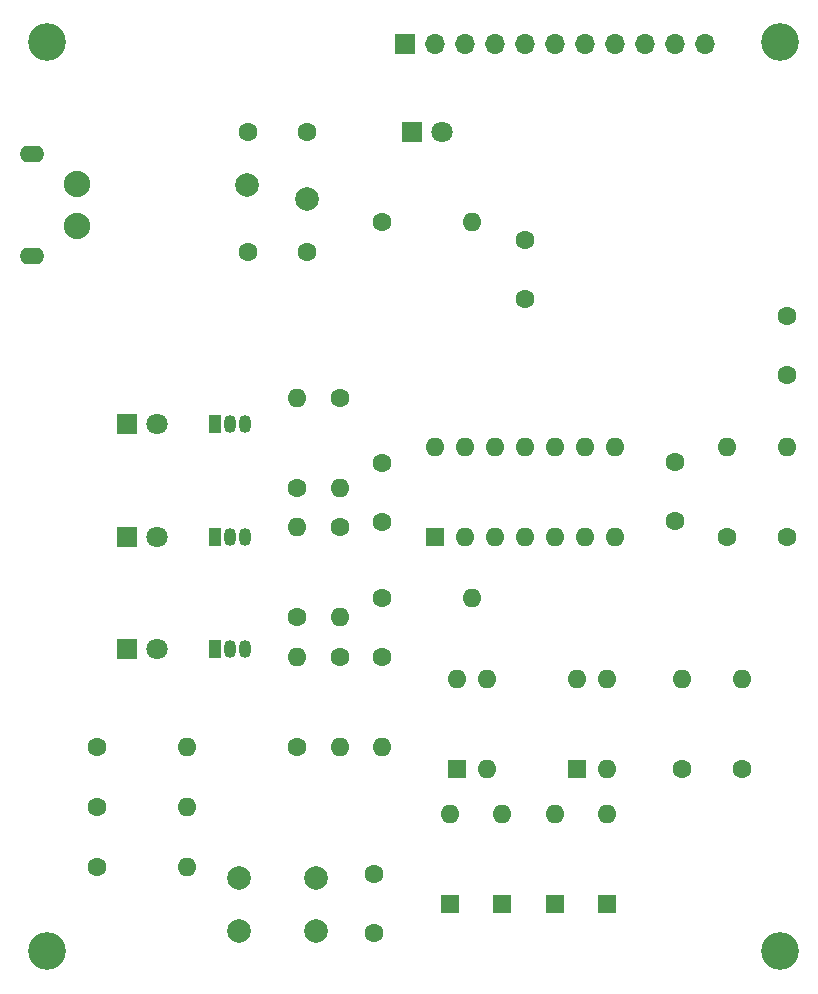
<source format=gbs>
G04 #@! TF.GenerationSoftware,KiCad,Pcbnew,8.0.8*
G04 #@! TF.CreationDate,2025-01-27T20:55:36+09:00*
G04 #@! TF.ProjectId,1bit-cpu_asic,31626974-2d63-4707-955f-617369632e6b,rev?*
G04 #@! TF.SameCoordinates,Original*
G04 #@! TF.FileFunction,Soldermask,Bot*
G04 #@! TF.FilePolarity,Negative*
%FSLAX46Y46*%
G04 Gerber Fmt 4.6, Leading zero omitted, Abs format (unit mm)*
G04 Created by KiCad (PCBNEW 8.0.8) date 2025-01-27 20:55:36*
%MOMM*%
%LPD*%
G01*
G04 APERTURE LIST*
%ADD10R,1.600000X1.600000*%
%ADD11O,1.600000X1.600000*%
%ADD12R,1.800000X1.800000*%
%ADD13C,1.800000*%
%ADD14R,1.050000X1.500000*%
%ADD15O,1.050000X1.500000*%
%ADD16C,1.600000*%
%ADD17C,3.200000*%
%ADD18C,2.000000*%
%ADD19C,2.240000*%
%ADD20O,2.100000X1.400000*%
%ADD21C,2.010000*%
%ADD22R,1.700000X1.700000*%
%ADD23O,1.700000X1.700000*%
G04 APERTURE END LIST*
D10*
G04 #@! TO.C,U1*
X142240000Y-104140000D03*
D11*
X144780000Y-104140000D03*
X147320000Y-104140000D03*
X149860000Y-104140000D03*
X152400000Y-104140000D03*
X154940000Y-104140000D03*
X157480000Y-104140000D03*
X157480000Y-96520000D03*
X154940000Y-96520000D03*
X152400000Y-96520000D03*
X149860000Y-96520000D03*
X147320000Y-96520000D03*
X144780000Y-96520000D03*
X142240000Y-96520000D03*
G04 #@! TD*
D12*
G04 #@! TO.C,LED3*
X116200000Y-113665000D03*
D13*
X118740000Y-113665000D03*
G04 #@! TD*
D14*
G04 #@! TO.C,Q3*
X123650000Y-113600000D03*
D15*
X124920000Y-113600000D03*
X126190000Y-113600000D03*
G04 #@! TD*
D16*
G04 #@! TO.C,R4*
X167010000Y-104150000D03*
D11*
X167010000Y-96530000D03*
G04 #@! TD*
D16*
G04 #@! TO.C,C7*
X126445000Y-80010000D03*
X131445000Y-80010000D03*
G04 #@! TD*
G04 #@! TO.C,R15*
X134200000Y-114300000D03*
D11*
X134200000Y-121920000D03*
G04 #@! TD*
D14*
G04 #@! TO.C,Q1*
X123650000Y-94600000D03*
D15*
X124920000Y-94600000D03*
X126190000Y-94600000D03*
G04 #@! TD*
D17*
G04 #@! TO.C,H2*
X171440000Y-62240000D03*
G04 #@! TD*
D10*
G04 #@! TO.C,D3*
X152400000Y-135255000D03*
D11*
X152400000Y-127635000D03*
G04 #@! TD*
D12*
G04 #@! TO.C,LED4*
X140330000Y-69850000D03*
D13*
X142870000Y-69850000D03*
G04 #@! TD*
D16*
G04 #@! TO.C,C5*
X172100000Y-85450000D03*
X172100000Y-90450000D03*
G04 #@! TD*
G04 #@! TO.C,R3*
X172090000Y-104150000D03*
D11*
X172090000Y-96530000D03*
G04 #@! TD*
D10*
G04 #@! TO.C,D4*
X156845000Y-135255000D03*
D11*
X156845000Y-127635000D03*
G04 #@! TD*
D12*
G04 #@! TO.C,LED1*
X116205000Y-94615000D03*
D13*
X118745000Y-94615000D03*
G04 #@! TD*
D16*
G04 #@! TO.C,R9*
X163195000Y-123825000D03*
D11*
X163195000Y-116205000D03*
G04 #@! TD*
D16*
G04 #@! TO.C,R8*
X113665000Y-132080000D03*
D11*
X121285000Y-132080000D03*
G04 #@! TD*
D10*
G04 #@! TO.C,SW1*
X144140000Y-123782500D03*
D11*
X146680000Y-123782500D03*
X146680000Y-116162500D03*
X144140000Y-116162500D03*
G04 #@! TD*
D17*
G04 #@! TO.C,H1*
X109440000Y-62240000D03*
G04 #@! TD*
D10*
G04 #@! TO.C,SW2*
X154300000Y-123782500D03*
D11*
X156840000Y-123782500D03*
X156840000Y-116162500D03*
X154300000Y-116162500D03*
G04 #@! TD*
D10*
G04 #@! TO.C,D2*
X147955000Y-135255000D03*
D11*
X147955000Y-127635000D03*
G04 #@! TD*
D16*
G04 #@! TO.C,R1*
X137800000Y-114300000D03*
D11*
X137800000Y-121920000D03*
G04 #@! TD*
D12*
G04 #@! TO.C,LED2*
X116200000Y-104140000D03*
D13*
X118740000Y-104140000D03*
G04 #@! TD*
D16*
G04 #@! TO.C,C4*
X137795000Y-102870000D03*
X137795000Y-97870000D03*
G04 #@! TD*
G04 #@! TO.C,R5*
X137800000Y-109300000D03*
D11*
X145420000Y-109300000D03*
G04 #@! TD*
D16*
G04 #@! TO.C,R7*
X113665000Y-127000000D03*
D11*
X121285000Y-127000000D03*
G04 #@! TD*
D18*
G04 #@! TO.C,SW3*
X125655000Y-133005000D03*
X132155000Y-133005000D03*
X125655000Y-137505000D03*
X132155000Y-137505000D03*
G04 #@! TD*
D19*
G04 #@! TO.C,J1*
X111940000Y-74295000D03*
X111940000Y-77851000D03*
D20*
X108130000Y-71755000D03*
X108130000Y-80391000D03*
G04 #@! TD*
D14*
G04 #@! TO.C,Q2*
X123650000Y-104150000D03*
D15*
X124920000Y-104150000D03*
X126190000Y-104150000D03*
G04 #@! TD*
D16*
G04 #@! TO.C,R16*
X130550000Y-121920000D03*
D11*
X130550000Y-114300000D03*
G04 #@! TD*
D16*
G04 #@! TO.C,R12*
X130600000Y-100000000D03*
D11*
X130600000Y-92380000D03*
G04 #@! TD*
D17*
G04 #@! TO.C,H4*
X109440000Y-139240000D03*
G04 #@! TD*
D16*
G04 #@! TO.C,C2*
X162565000Y-102840000D03*
X162565000Y-97840000D03*
G04 #@! TD*
G04 #@! TO.C,R14*
X130600000Y-110920000D03*
D11*
X130600000Y-103300000D03*
G04 #@! TD*
D16*
G04 #@! TO.C,C1*
X137100000Y-137700000D03*
X137100000Y-132700000D03*
G04 #@! TD*
D21*
G04 #@! TO.C,F1*
X126355000Y-74330000D03*
X131455000Y-75530000D03*
G04 #@! TD*
D16*
G04 #@! TO.C,C3*
X126405000Y-69850000D03*
X131405000Y-69850000D03*
G04 #@! TD*
G04 #@! TO.C,C6*
X149850000Y-84000000D03*
X149850000Y-79000000D03*
G04 #@! TD*
D10*
G04 #@! TO.C,D1*
X143510000Y-135255000D03*
D11*
X143510000Y-127635000D03*
G04 #@! TD*
D22*
G04 #@! TO.C,J2*
X139700000Y-62400000D03*
D23*
X142240000Y-62400000D03*
X144780000Y-62400000D03*
X147320000Y-62400000D03*
X149860000Y-62400000D03*
X152400000Y-62400000D03*
X154940000Y-62400000D03*
X157480000Y-62400000D03*
X160020000Y-62400000D03*
X162560000Y-62400000D03*
X165100000Y-62400000D03*
G04 #@! TD*
D16*
G04 #@! TO.C,R10*
X168275000Y-123825000D03*
D11*
X168275000Y-116205000D03*
G04 #@! TD*
D16*
G04 #@! TO.C,R2*
X137790000Y-77470000D03*
D11*
X145410000Y-77470000D03*
G04 #@! TD*
D16*
G04 #@! TO.C,R11*
X134200000Y-92380000D03*
D11*
X134200000Y-100000000D03*
G04 #@! TD*
D16*
G04 #@! TO.C,R6*
X113665000Y-121920000D03*
D11*
X121285000Y-121920000D03*
G04 #@! TD*
D17*
G04 #@! TO.C,H3*
X171440000Y-139240000D03*
G04 #@! TD*
D16*
G04 #@! TO.C,R13*
X134200000Y-103300000D03*
D11*
X134200000Y-110920000D03*
G04 #@! TD*
M02*

</source>
